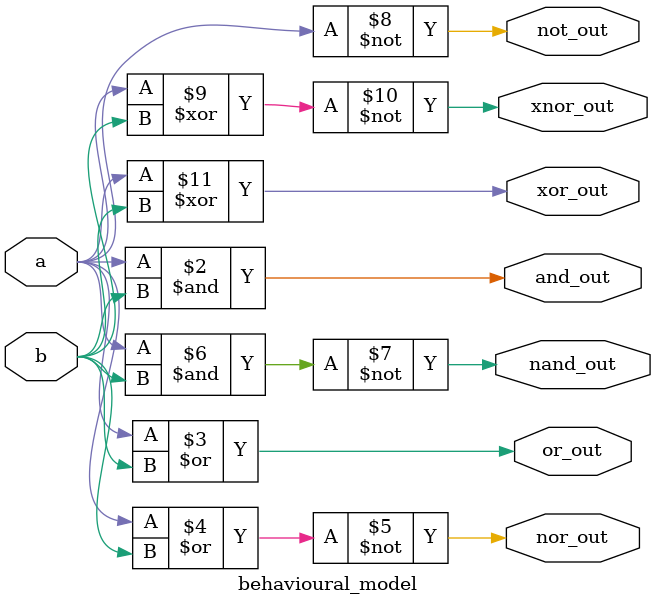
<source format=v>
`timescale 1ns / 1ps
module behavioural_model(
    input a,b ,
	 output reg and_out,
	 output reg or_out,
	 output reg nor_out,
	 output reg not_out,
	 output reg nand_out,
	 output reg xnor_out,
	 output reg xor_out
	 
	 );
  always@(*)
  begin
   and_out=a&b;
	or_out=a|b;
	nor_out=~(a|b);
	nand_out=~(a&b);
	not_out=~a;
	xnor_out=~(a^b);
	xor_out=a^b;
	end

endmodule

</source>
